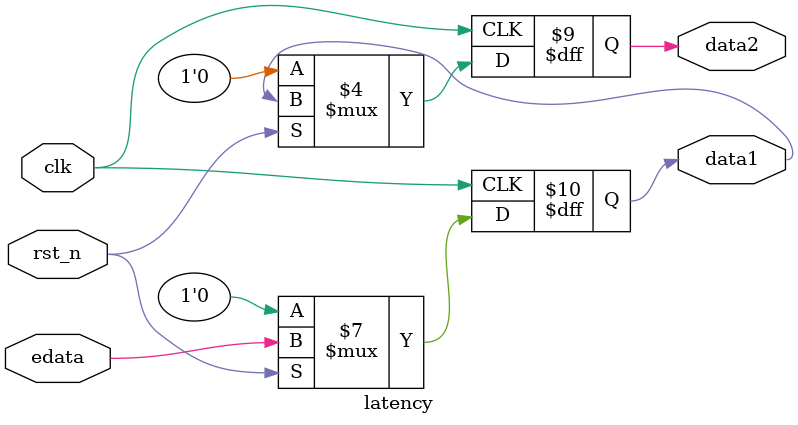
<source format=v>
module latency(clk, rst_n, edata, data1, data2);

	input clk, rst_n;
	input	edata;
	output reg data2;
	output reg data1;
	
	always @ (posedge clk)
	begin
		if(!rst_n)
			begin
				data1<=0;
				data2<=0;
			end
		else
			begin
				data1<=edata;
				data2<=data1;
			end
	end
endmodule


</source>
